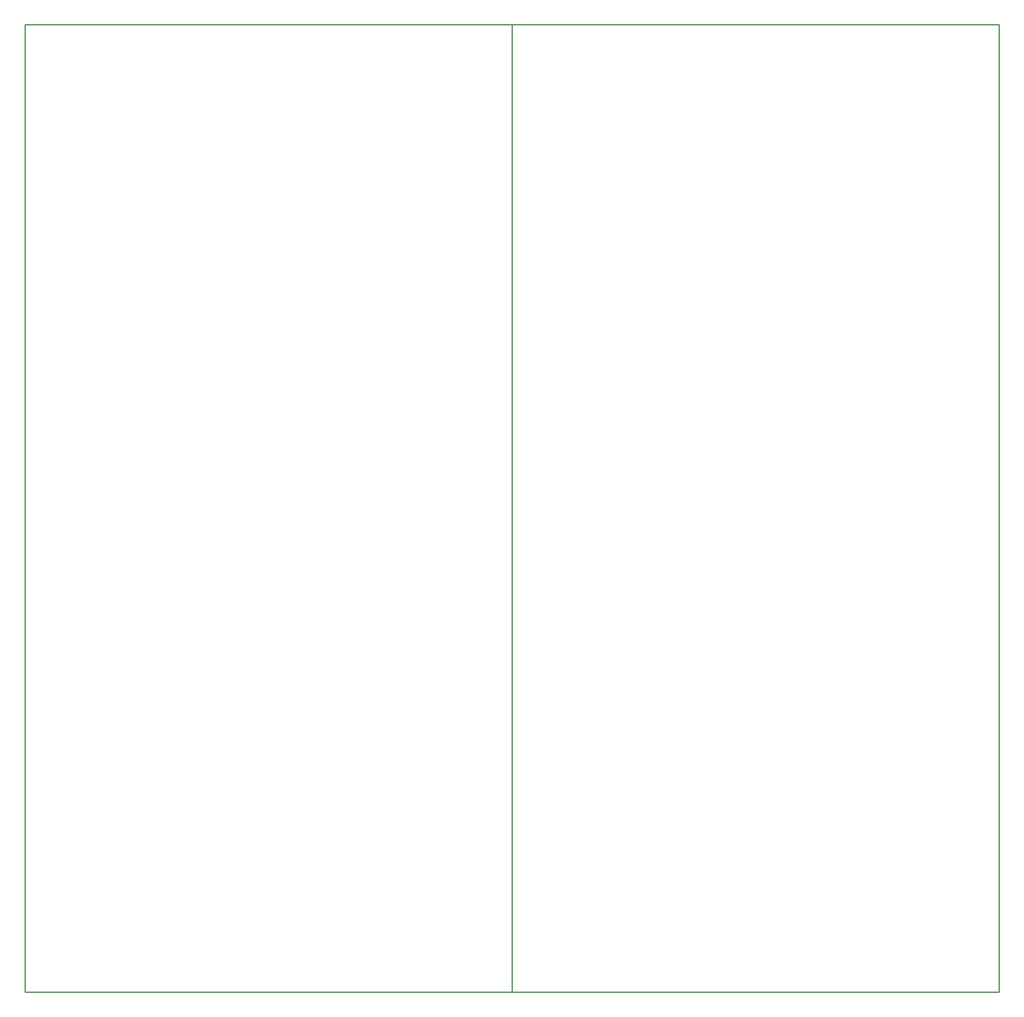
<source format=gko>
%FSLAX25Y25*%
%MOIN*%
G70*
G01*
G75*
G04 Layer_Color=16711935*
%ADD10C,0.05000*%
%ADD11R,0.06000X0.05500*%
%ADD12R,0.20000X0.07000*%
%ADD13R,0.10000X0.07000*%
%ADD14R,0.07087X0.06299*%
%ADD15R,0.14500X0.05000*%
%ADD16O,0.07087X0.01181*%
%ADD17O,0.01181X0.07087*%
%ADD18R,0.07087X0.08661*%
%ADD19R,0.01181X0.05118*%
%ADD20R,0.05906X0.05118*%
%ADD21R,0.10630X0.07087*%
%ADD22R,0.05118X0.05906*%
%ADD23R,0.06000X0.08500*%
%ADD24R,0.04331X0.03937*%
%ADD25R,0.03937X0.04331*%
%ADD26R,0.06299X0.07087*%
%ADD27R,0.05600X0.03600*%
%ADD28R,0.06000X0.12500*%
%ADD29R,0.12500X0.06000*%
%ADD30R,0.07000X0.08000*%
%ADD31R,0.09000X0.06500*%
%ADD32C,0.10000*%
%ADD33C,0.05000*%
%ADD34C,0.13000*%
%ADD35C,0.08000*%
%ADD36C,0.01000*%
%ADD37C,0.01200*%
%ADD38C,0.02500*%
%ADD39C,0.02000*%
%ADD40C,0.00800*%
%ADD41C,0.12500*%
G04:AMPARAMS|DCode=42|XSize=55mil|YSize=55mil|CornerRadius=13.75mil|HoleSize=0mil|Usage=FLASHONLY|Rotation=180.000|XOffset=0mil|YOffset=0mil|HoleType=Round|Shape=RoundedRectangle|*
%AMROUNDEDRECTD42*
21,1,0.05500,0.02750,0,0,180.0*
21,1,0.02750,0.05500,0,0,180.0*
1,1,0.02750,-0.01375,0.01375*
1,1,0.02750,0.01375,0.01375*
1,1,0.02750,0.01375,-0.01375*
1,1,0.02750,-0.01375,-0.01375*
%
%ADD42ROUNDEDRECTD42*%
%ADD43C,0.05500*%
G04:AMPARAMS|DCode=44|XSize=50mil|YSize=50mil|CornerRadius=12.5mil|HoleSize=0mil|Usage=FLASHONLY|Rotation=180.000|XOffset=0mil|YOffset=0mil|HoleType=Round|Shape=RoundedRectangle|*
%AMROUNDEDRECTD44*
21,1,0.05000,0.02500,0,0,180.0*
21,1,0.02500,0.05000,0,0,180.0*
1,1,0.02500,-0.01250,0.01250*
1,1,0.02500,0.01250,0.01250*
1,1,0.02500,0.01250,-0.01250*
1,1,0.02500,-0.01250,-0.01250*
%
%ADD44ROUNDEDRECTD44*%
G04:AMPARAMS|DCode=45|XSize=60mil|YSize=60mil|CornerRadius=15mil|HoleSize=0mil|Usage=FLASHONLY|Rotation=90.000|XOffset=0mil|YOffset=0mil|HoleType=Round|Shape=RoundedRectangle|*
%AMROUNDEDRECTD45*
21,1,0.06000,0.03000,0,0,90.0*
21,1,0.03000,0.06000,0,0,90.0*
1,1,0.03000,0.01500,0.01500*
1,1,0.03000,0.01500,-0.01500*
1,1,0.03000,-0.01500,-0.01500*
1,1,0.03000,-0.01500,0.01500*
%
%ADD45ROUNDEDRECTD45*%
%ADD46C,0.06000*%
%ADD47C,0.07500*%
%ADD48C,0.06200*%
%ADD49R,0.06200X0.06200*%
%ADD50C,0.10000*%
%ADD51C,0.23400*%
%ADD52O,0.10000X0.12000*%
%ADD53O,0.06000X0.06400*%
%ADD54R,0.06000X0.06400*%
%ADD55R,0.06200X0.06200*%
%ADD56C,0.08000*%
%ADD57C,0.03000*%
%ADD58R,0.25590X0.23622*%
%ADD59R,0.11800X0.06300*%
%ADD60R,0.02500X0.06000*%
%ADD61R,0.06000X0.02500*%
%ADD62R,0.09000X0.10000*%
%ADD63C,0.03000*%
%ADD64C,0.00984*%
%ADD65C,0.02362*%
%ADD66C,0.01600*%
%ADD67C,0.00787*%
%ADD68C,0.00699*%
%ADD69C,0.01500*%
%ADD70C,0.00500*%
%ADD71R,0.19000X0.55500*%
G04:AMPARAMS|DCode=72|XSize=51.06mil|YSize=51.06mil|CornerRadius=12.77mil|HoleSize=0mil|Usage=FLASHONLY|Rotation=0.000|XOffset=0mil|YOffset=0mil|HoleType=Round|Shape=RoundedRectangle|*
%AMROUNDEDRECTD72*
21,1,0.05106,0.02553,0,0,0.0*
21,1,0.02553,0.05106,0,0,0.0*
1,1,0.02553,0.01277,-0.01277*
1,1,0.02553,-0.01277,-0.01277*
1,1,0.02553,-0.01277,0.01277*
1,1,0.02553,0.01277,0.01277*
%
%ADD72ROUNDEDRECTD72*%
%ADD73C,0.05106*%
%ADD74P,0.09051X4X270.0*%
%ADD75R,0.06000X0.06000*%
%ADD76O,0.10200X0.12200*%
%ADD77P,0.09051X4X360.0*%
%ADD78R,0.06890X0.08465*%
%ADD79R,0.06800X0.06300*%
%ADD80R,0.20800X0.07800*%
%ADD81R,0.10800X0.07800*%
%ADD82R,0.07887X0.07099*%
%ADD83R,0.15300X0.05800*%
%ADD84O,0.07387X0.01481*%
%ADD85O,0.01481X0.07387*%
%ADD86R,0.07874X0.09449*%
%ADD87R,0.01481X0.05418*%
%ADD88R,0.06706X0.05918*%
%ADD89R,0.11430X0.07887*%
%ADD90R,0.05918X0.06706*%
%ADD91R,0.06800X0.09300*%
%ADD92R,0.05131X0.04737*%
%ADD93R,0.04737X0.05131*%
%ADD94R,0.07099X0.07887*%
%ADD95R,0.06400X0.04400*%
%ADD96R,0.06800X0.13300*%
%ADD97R,0.13300X0.06800*%
%ADD98R,0.07800X0.08800*%
%ADD99R,0.09800X0.07300*%
%ADD100C,0.13300*%
G04:AMPARAMS|DCode=101|XSize=63mil|YSize=63mil|CornerRadius=17.75mil|HoleSize=0mil|Usage=FLASHONLY|Rotation=180.000|XOffset=0mil|YOffset=0mil|HoleType=Round|Shape=RoundedRectangle|*
%AMROUNDEDRECTD101*
21,1,0.06300,0.02750,0,0,180.0*
21,1,0.02750,0.06300,0,0,180.0*
1,1,0.03550,-0.01375,0.01375*
1,1,0.03550,0.01375,0.01375*
1,1,0.03550,0.01375,-0.01375*
1,1,0.03550,-0.01375,-0.01375*
%
%ADD101ROUNDEDRECTD101*%
%ADD102C,0.06300*%
%ADD103C,0.05800*%
G04:AMPARAMS|DCode=104|XSize=58mil|YSize=58mil|CornerRadius=16.5mil|HoleSize=0mil|Usage=FLASHONLY|Rotation=180.000|XOffset=0mil|YOffset=0mil|HoleType=Round|Shape=RoundedRectangle|*
%AMROUNDEDRECTD104*
21,1,0.05800,0.02500,0,0,180.0*
21,1,0.02500,0.05800,0,0,180.0*
1,1,0.03300,-0.01250,0.01250*
1,1,0.03300,0.01250,0.01250*
1,1,0.03300,0.01250,-0.01250*
1,1,0.03300,-0.01250,-0.01250*
%
%ADD104ROUNDEDRECTD104*%
G04:AMPARAMS|DCode=105|XSize=68mil|YSize=68mil|CornerRadius=19mil|HoleSize=0mil|Usage=FLASHONLY|Rotation=90.000|XOffset=0mil|YOffset=0mil|HoleType=Round|Shape=RoundedRectangle|*
%AMROUNDEDRECTD105*
21,1,0.06800,0.03000,0,0,90.0*
21,1,0.03000,0.06800,0,0,90.0*
1,1,0.03800,0.01500,0.01500*
1,1,0.03800,0.01500,-0.01500*
1,1,0.03800,-0.01500,-0.01500*
1,1,0.03800,-0.01500,0.01500*
%
%ADD105ROUNDEDRECTD105*%
%ADD106C,0.06800*%
%ADD107C,0.08300*%
%ADD108C,0.07000*%
%ADD109R,0.07000X0.07000*%
%ADD110C,0.10800*%
%ADD111C,0.24200*%
%ADD112O,0.10800X0.12800*%
%ADD113O,0.06800X0.07200*%
%ADD114R,0.06800X0.07200*%
%ADD115R,0.07000X0.07000*%
%ADD116R,0.26391X0.24422*%
%ADD117R,0.12600X0.07100*%
%ADD118R,0.03300X0.06800*%
%ADD119R,0.06800X0.03300*%
%ADD120R,0.09800X0.10800*%
G54D36*
X440000Y50000D02*
Y825000D01*
X50000Y50000D02*
Y825000D01*
X440000D01*
X50000Y50000D02*
X440000D01*
X830000Y50000D02*
Y825000D01*
X440000Y50000D02*
Y825000D01*
X830000D01*
X440000Y50000D02*
X830000D01*
M02*

</source>
